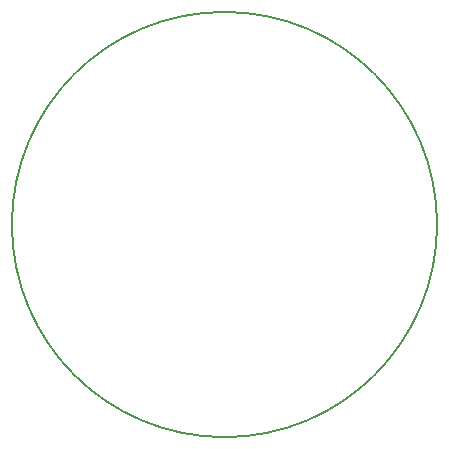
<source format=gbr>
G04 #@! TF.GenerationSoftware,KiCad,Pcbnew,(5.1.2)-2*
G04 #@! TF.CreationDate,2019-07-20T17:19:25+01:00*
G04 #@! TF.ProjectId,Kilobot v2-0,4b696c6f-626f-4742-9076-322d302e6b69,rev?*
G04 #@! TF.SameCoordinates,Original*
G04 #@! TF.FileFunction,Profile,NP*
%FSLAX46Y46*%
G04 Gerber Fmt 4.6, Leading zero omitted, Abs format (unit mm)*
G04 Created by KiCad (PCBNEW (5.1.2)-2) date 2019-07-20 17:19:25*
%MOMM*%
%LPD*%
G04 APERTURE LIST*
%ADD10C,0.200000*%
G04 APERTURE END LIST*
D10*
X118000000Y-100000000D02*
G75*
G03X118000000Y-100000000I-18000000J0D01*
G01*
M02*

</source>
